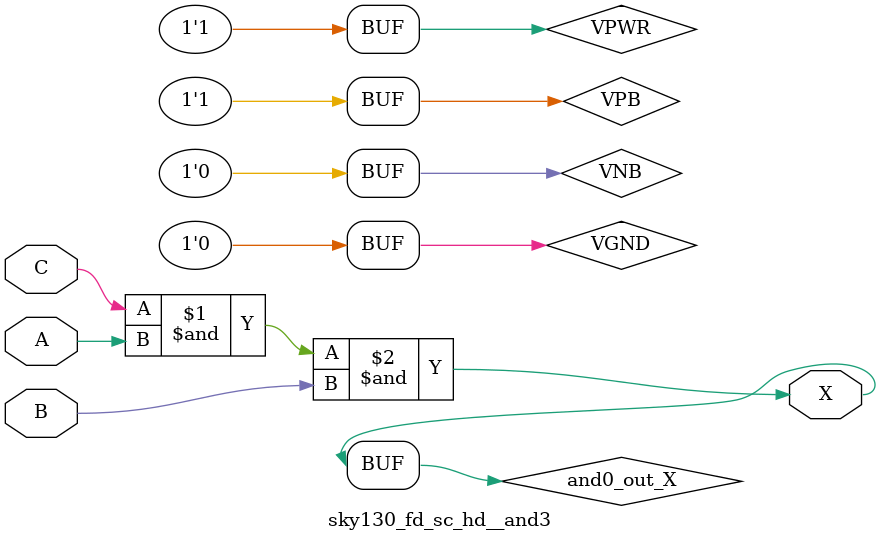
<source format=v>
/*
 * Copyright 2020 The SkyWater PDK Authors
 *
 * Licensed under the Apache License, Version 2.0 (the "License");
 * you may not use this file except in compliance with the License.
 * You may obtain a copy of the License at
 *
 *     https://www.apache.org/licenses/LICENSE-2.0
 *
 * Unless required by applicable law or agreed to in writing, software
 * distributed under the License is distributed on an "AS IS" BASIS,
 * WITHOUT WARRANTIES OR CONDITIONS OF ANY KIND, either express or implied.
 * See the License for the specific language governing permissions and
 * limitations under the License.
 *
 * SPDX-License-Identifier: Apache-2.0
*/


`ifndef SKY130_FD_SC_HD__AND3_BEHAVIORAL_V
`define SKY130_FD_SC_HD__AND3_BEHAVIORAL_V

/**
 * and3: 3-input AND.
 *
 * Verilog simulation functional model.
 */

`timescale 1ns / 1ps
`default_nettype none

`celldefine
module sky130_fd_sc_hd__and3 (
    X,
    A,
    B,
    C
);

    // Module ports
    output X;
    input  A;
    input  B;
    input  C;

    // Module supplies
    supply1 VPWR;
    supply0 VGND;
    supply1 VPB ;
    supply0 VNB ;

    // Local signals
    wire and0_out_X;

    //  Name  Output      Other arguments
    and and0 (and0_out_X, C, A, B        );
    buf buf0 (X         , and0_out_X     );

endmodule
`endcelldefine

`default_nettype wire
`endif  // SKY130_FD_SC_HD__AND3_BEHAVIORAL_V
</source>
